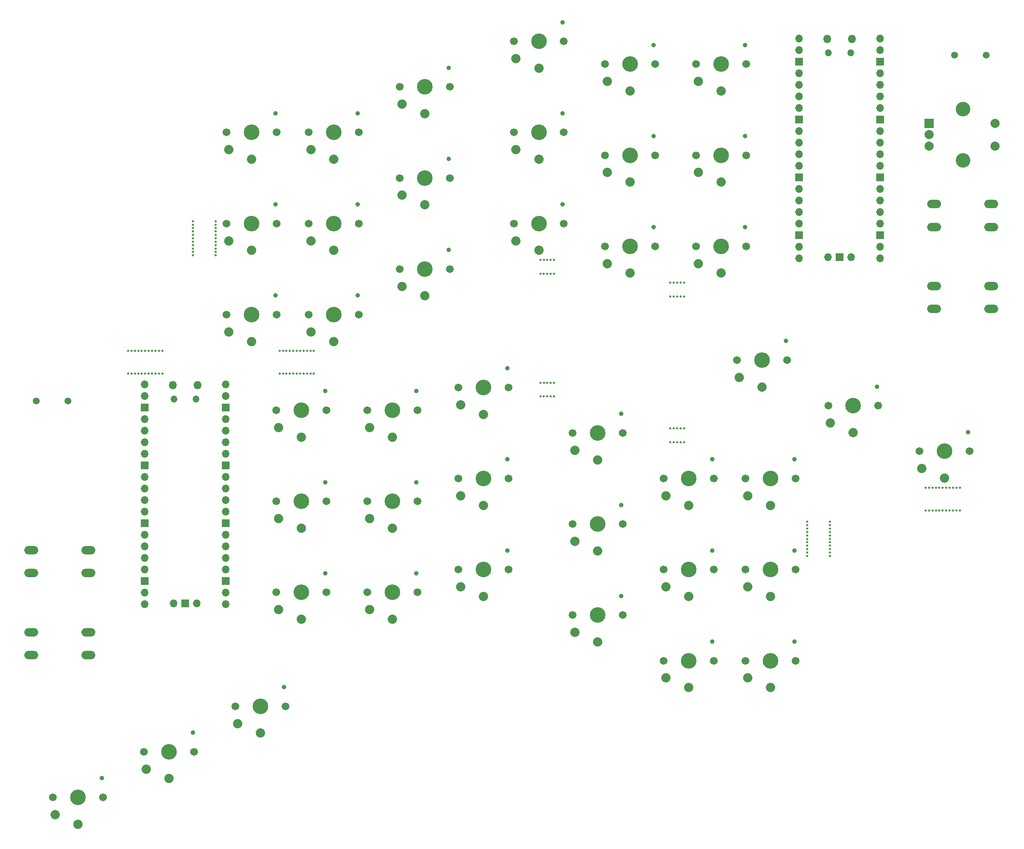
<source format=gbr>
%TF.GenerationSoftware,KiCad,Pcbnew,7.0.1*%
%TF.CreationDate,2023-05-03T23:08:28+02:00*%
%TF.ProjectId,Akula,416b756c-612e-46b6-9963-61645f706362,rev?*%
%TF.SameCoordinates,Original*%
%TF.FileFunction,Soldermask,Bot*%
%TF.FilePolarity,Negative*%
%FSLAX46Y46*%
G04 Gerber Fmt 4.6, Leading zero omitted, Abs format (unit mm)*
G04 Created by KiCad (PCBNEW 7.0.1) date 2023-05-03 23:08:28*
%MOMM*%
%LPD*%
G01*
G04 APERTURE LIST*
%ADD10C,1.701800*%
%ADD11C,3.429000*%
%ADD12C,0.990600*%
%ADD13C,2.032000*%
%ADD14C,0.500000*%
%ADD15O,3.048000X1.850000*%
%ADD16R,2.000000X2.000000*%
%ADD17C,2.000000*%
%ADD18C,3.200000*%
%ADD19O,1.800000X1.800000*%
%ADD20O,1.500000X1.500000*%
%ADD21O,1.700000X1.700000*%
%ADD22R,1.700000X1.700000*%
%ADD23C,1.500000*%
G04 APERTURE END LIST*
D10*
X84500000Y-198000000D03*
D11*
X90000000Y-198000000D03*
D12*
X95220000Y-193800000D03*
D10*
X95500000Y-198000000D03*
D13*
X90000000Y-203900000D03*
X85000000Y-201800000D03*
D10*
X165625000Y-82000000D03*
D11*
X171125000Y-82000000D03*
D12*
X176345000Y-77800000D03*
D10*
X176625000Y-82000000D03*
D13*
X171125000Y-87900000D03*
X166125000Y-85800000D03*
D10*
X102625000Y-62000000D03*
D11*
X108125000Y-62000000D03*
D12*
X113345000Y-57800000D03*
D10*
X113625000Y-62000000D03*
D13*
X108125000Y-67900000D03*
X103125000Y-65800000D03*
D14*
X171464000Y-117000000D03*
X171464000Y-120000000D03*
X172214000Y-120000000D03*
X172226000Y-117000000D03*
X172976000Y-117000000D03*
X172976000Y-120000000D03*
X173726000Y-117000000D03*
X173726000Y-120000000D03*
X174500000Y-117000000D03*
X174500000Y-120000000D03*
D10*
X153500000Y-138000000D03*
D11*
X159000000Y-138000000D03*
D12*
X164220000Y-133800000D03*
D10*
X164500000Y-138000000D03*
D13*
X159000000Y-143900000D03*
X154000000Y-141800000D03*
D15*
X257885000Y-77750000D03*
X270385000Y-77750000D03*
X257885000Y-82750000D03*
X270385000Y-82750000D03*
D10*
X254625000Y-132000000D03*
D11*
X260125000Y-132000000D03*
D12*
X265345000Y-127800000D03*
D10*
X265625000Y-132000000D03*
D13*
X260125000Y-137900000D03*
X255125000Y-135800000D03*
D10*
X185625000Y-87000000D03*
D11*
X191125000Y-87000000D03*
D12*
X196345000Y-82800000D03*
D10*
X196625000Y-87000000D03*
D13*
X191125000Y-92900000D03*
X186125000Y-90800000D03*
D10*
X153500000Y-158000000D03*
D11*
X159000000Y-158000000D03*
D12*
X164220000Y-153800000D03*
D10*
X164500000Y-158000000D03*
D13*
X159000000Y-163900000D03*
X154000000Y-161800000D03*
D14*
X199988000Y-127000000D03*
X199988000Y-130000000D03*
X200738000Y-130000000D03*
X200750000Y-127000000D03*
X201500000Y-127000000D03*
X201500000Y-130000000D03*
X202250000Y-127000000D03*
X202250000Y-130000000D03*
X203024000Y-127000000D03*
X203024000Y-130000000D03*
D10*
X205625000Y-67000000D03*
D11*
X211125000Y-67000000D03*
D12*
X216345000Y-62800000D03*
D10*
X216625000Y-67000000D03*
D13*
X211125000Y-72900000D03*
X206125000Y-70800000D03*
D10*
X205625000Y-47000000D03*
D11*
X211125000Y-47000000D03*
D12*
X216345000Y-42800000D03*
D10*
X216625000Y-47000000D03*
D13*
X211125000Y-52900000D03*
X206125000Y-50800000D03*
D14*
X230000000Y-155000000D03*
X235000000Y-155000000D03*
X230000000Y-154250000D03*
X230000000Y-154250000D03*
X235000000Y-154250000D03*
X235000000Y-154250000D03*
X230000000Y-153500000D03*
X235000000Y-153500000D03*
X230000000Y-152750000D03*
X235000000Y-152750000D03*
X230000000Y-152000000D03*
X235000000Y-152000000D03*
X230000000Y-151250000D03*
X235000000Y-151250000D03*
X230000000Y-150500000D03*
X235000000Y-150500000D03*
X230000000Y-149750000D03*
X235000000Y-149750000D03*
X230000000Y-149000000D03*
X235000000Y-149000000D03*
X230000000Y-148250000D03*
X235000000Y-148250000D03*
X230000000Y-147500000D03*
X235000000Y-147500000D03*
D10*
X165625000Y-62000000D03*
D11*
X171125000Y-62000000D03*
D12*
X176345000Y-57800000D03*
D10*
X176625000Y-62000000D03*
D13*
X171125000Y-67900000D03*
X166125000Y-65800000D03*
D10*
X120625000Y-62000000D03*
D11*
X126125000Y-62000000D03*
D12*
X131345000Y-57800000D03*
D10*
X131625000Y-62000000D03*
D13*
X126125000Y-67900000D03*
X121125000Y-65800000D03*
D15*
X257875000Y-95750000D03*
X270375000Y-95750000D03*
X257875000Y-100750000D03*
X270375000Y-100750000D03*
X59760000Y-153750000D03*
X72260000Y-153750000D03*
X59760000Y-158750000D03*
X72260000Y-158750000D03*
D10*
X198500000Y-158000000D03*
D11*
X204000000Y-158000000D03*
D12*
X209220000Y-153800000D03*
D10*
X209500000Y-158000000D03*
D13*
X204000000Y-163900000D03*
X199000000Y-161800000D03*
D14*
X199964000Y-95000000D03*
X199964000Y-98000000D03*
X200714000Y-98000000D03*
X200726000Y-95000000D03*
X201476000Y-95000000D03*
X201476000Y-98000000D03*
X202226000Y-95000000D03*
X202226000Y-98000000D03*
X203000000Y-95000000D03*
X203000000Y-98000000D03*
D16*
X256750000Y-60000000D03*
D17*
X256750000Y-65000000D03*
X256750000Y-62500000D03*
D18*
X264250000Y-56900000D03*
X264250000Y-68100000D03*
D17*
X271250000Y-65000000D03*
X271250000Y-60000000D03*
D10*
X102625000Y-102000000D03*
D11*
X108125000Y-102000000D03*
D12*
X113345000Y-97800000D03*
D10*
X113625000Y-102000000D03*
D13*
X108125000Y-107900000D03*
X103125000Y-105800000D03*
D10*
X198500000Y-178000000D03*
D11*
X204000000Y-178000000D03*
D12*
X209220000Y-173800000D03*
D10*
X209500000Y-178000000D03*
D13*
X204000000Y-183900000D03*
X199000000Y-181800000D03*
D19*
X234400000Y-41500000D03*
D20*
X234700000Y-44530000D03*
X239550000Y-44530000D03*
D19*
X239850000Y-41500000D03*
D21*
X228235000Y-41370000D03*
X228235000Y-43910000D03*
D22*
X228235000Y-46450000D03*
D21*
X228235000Y-48990000D03*
X228235000Y-51530000D03*
X228235000Y-54070000D03*
X228235000Y-56610000D03*
D22*
X228235000Y-59150000D03*
D21*
X228235000Y-61690000D03*
X228235000Y-64230000D03*
X228235000Y-66770000D03*
X228235000Y-69310000D03*
D22*
X228235000Y-71850000D03*
D21*
X228235000Y-74390000D03*
X228235000Y-76930000D03*
X228235000Y-79470000D03*
X228235000Y-82010000D03*
D22*
X228235000Y-84550000D03*
D21*
X228235000Y-87090000D03*
X228235000Y-89630000D03*
X246015000Y-89630000D03*
X246015000Y-87090000D03*
D22*
X246015000Y-84550000D03*
D21*
X246015000Y-82010000D03*
X246015000Y-79470000D03*
X246015000Y-76930000D03*
X246015000Y-74390000D03*
D22*
X246015000Y-71850000D03*
D21*
X246015000Y-69310000D03*
X246015000Y-66770000D03*
X246015000Y-64230000D03*
X246015000Y-61690000D03*
D22*
X246015000Y-59150000D03*
D21*
X246015000Y-56610000D03*
X246015000Y-54070000D03*
X246015000Y-51530000D03*
X246015000Y-48990000D03*
D22*
X246015000Y-46450000D03*
D21*
X246015000Y-43910000D03*
X246015000Y-41370000D03*
X234585000Y-89400000D03*
D22*
X237125000Y-89400000D03*
D21*
X239665000Y-89400000D03*
D10*
X234625000Y-122000000D03*
D11*
X240125000Y-122000000D03*
D12*
X245345000Y-117800000D03*
D10*
X245625000Y-122000000D03*
D13*
X240125000Y-127900000D03*
X235125000Y-125800000D03*
D10*
X214625000Y-112000000D03*
D11*
X220125000Y-112000000D03*
D12*
X225345000Y-107800000D03*
D10*
X225625000Y-112000000D03*
D13*
X220125000Y-117900000D03*
X215125000Y-115800000D03*
D15*
X59760000Y-171750000D03*
X72260000Y-171750000D03*
X59760000Y-176750000D03*
X72260000Y-176750000D03*
D14*
X81000000Y-110000000D03*
X81000000Y-115000000D03*
X81750000Y-110000000D03*
X81750000Y-110000000D03*
X81750000Y-115000000D03*
X81750000Y-115000000D03*
X82500000Y-110000000D03*
X82500000Y-115000000D03*
X83250000Y-110000000D03*
X83250000Y-115000000D03*
X84000000Y-110000000D03*
X84000000Y-115000000D03*
X84750000Y-110000000D03*
X84750000Y-115000000D03*
X85500000Y-110000000D03*
X85500000Y-115000000D03*
X86250000Y-110000000D03*
X86250000Y-115000000D03*
X87000000Y-110000000D03*
X87000000Y-115000000D03*
X87750000Y-110000000D03*
X87750000Y-115000000D03*
X88500000Y-110000000D03*
X88500000Y-115000000D03*
D19*
X90775000Y-117500000D03*
D20*
X91075000Y-120530000D03*
X95925000Y-120530000D03*
D19*
X96225000Y-117500000D03*
D21*
X84610000Y-117370000D03*
X84610000Y-119910000D03*
D22*
X84610000Y-122450000D03*
D21*
X84610000Y-124990000D03*
X84610000Y-127530000D03*
X84610000Y-130070000D03*
X84610000Y-132610000D03*
D22*
X84610000Y-135150000D03*
D21*
X84610000Y-137690000D03*
X84610000Y-140230000D03*
X84610000Y-142770000D03*
X84610000Y-145310000D03*
D22*
X84610000Y-147850000D03*
D21*
X84610000Y-150390000D03*
X84610000Y-152930000D03*
X84610000Y-155470000D03*
X84610000Y-158010000D03*
D22*
X84610000Y-160550000D03*
D21*
X84610000Y-163090000D03*
X84610000Y-165630000D03*
X102390000Y-165630000D03*
X102390000Y-163090000D03*
D22*
X102390000Y-160550000D03*
D21*
X102390000Y-158010000D03*
X102390000Y-155470000D03*
X102390000Y-152930000D03*
X102390000Y-150390000D03*
D22*
X102390000Y-147850000D03*
D21*
X102390000Y-145310000D03*
X102390000Y-142770000D03*
X102390000Y-140230000D03*
X102390000Y-137690000D03*
D22*
X102390000Y-135150000D03*
D21*
X102390000Y-132610000D03*
X102390000Y-130070000D03*
X102390000Y-127530000D03*
X102390000Y-124990000D03*
D22*
X102390000Y-122450000D03*
D21*
X102390000Y-119910000D03*
X102390000Y-117370000D03*
X90960000Y-165400000D03*
D22*
X93500000Y-165400000D03*
D21*
X96040000Y-165400000D03*
D10*
X102625000Y-82000000D03*
D11*
X108125000Y-82000000D03*
D12*
X113345000Y-77800000D03*
D10*
X113625000Y-82000000D03*
D13*
X108125000Y-87900000D03*
X103125000Y-85800000D03*
D14*
X95250000Y-89000000D03*
X100250000Y-89000000D03*
X95250000Y-88250000D03*
X95250000Y-88250000D03*
X100250000Y-88250000D03*
X100250000Y-88250000D03*
X95250000Y-87500000D03*
X100250000Y-87500000D03*
X95250000Y-86750000D03*
X100250000Y-86750000D03*
X95250000Y-86000000D03*
X100250000Y-86000000D03*
X95250000Y-85250000D03*
X100250000Y-85250000D03*
X95250000Y-84500000D03*
X100250000Y-84500000D03*
X95250000Y-83750000D03*
X100250000Y-83750000D03*
X95250000Y-83000000D03*
X100250000Y-83000000D03*
X95250000Y-82250000D03*
X100250000Y-82250000D03*
X95250000Y-81500000D03*
X100250000Y-81500000D03*
D10*
X153500000Y-118000000D03*
D11*
X159000000Y-118000000D03*
D12*
X164220000Y-113800000D03*
D10*
X164500000Y-118000000D03*
D13*
X159000000Y-123900000D03*
X154000000Y-121800000D03*
D10*
X140625000Y-52000000D03*
D11*
X146125000Y-52000000D03*
D12*
X151345000Y-47800000D03*
D10*
X151625000Y-52000000D03*
D13*
X146125000Y-57900000D03*
X141125000Y-55800000D03*
D10*
X205625000Y-87000000D03*
D11*
X211125000Y-87000000D03*
D12*
X216345000Y-82800000D03*
D10*
X216625000Y-87000000D03*
D13*
X211125000Y-92900000D03*
X206125000Y-90800000D03*
D10*
X140625000Y-92000000D03*
D11*
X146125000Y-92000000D03*
D12*
X151345000Y-87800000D03*
D10*
X151625000Y-92000000D03*
D13*
X146125000Y-97900000D03*
X141125000Y-95800000D03*
D10*
X185625000Y-67000000D03*
D11*
X191125000Y-67000000D03*
D12*
X196345000Y-62800000D03*
D10*
X196625000Y-67000000D03*
D13*
X191125000Y-72900000D03*
X186125000Y-70800000D03*
D10*
X113500000Y-123000000D03*
D11*
X119000000Y-123000000D03*
D12*
X124220000Y-118800000D03*
D10*
X124500000Y-123000000D03*
D13*
X119000000Y-128900000D03*
X114000000Y-126800000D03*
D14*
X114250000Y-110000000D03*
X114250000Y-115000000D03*
X115000000Y-110000000D03*
X115000000Y-110000000D03*
X115000000Y-115000000D03*
X115000000Y-115000000D03*
X115750000Y-110000000D03*
X115750000Y-115000000D03*
X116500000Y-110000000D03*
X116500000Y-115000000D03*
X117250000Y-110000000D03*
X117250000Y-115000000D03*
X118000000Y-110000000D03*
X118000000Y-115000000D03*
X118750000Y-110000000D03*
X118750000Y-115000000D03*
X119500000Y-110000000D03*
X119500000Y-115000000D03*
X120250000Y-110000000D03*
X120250000Y-115000000D03*
X121000000Y-110000000D03*
X121000000Y-115000000D03*
X121750000Y-110000000D03*
X121750000Y-115000000D03*
D10*
X216500000Y-178000000D03*
D11*
X222000000Y-178000000D03*
D12*
X227220000Y-173800000D03*
D10*
X227500000Y-178000000D03*
D13*
X222000000Y-183900000D03*
X217000000Y-181800000D03*
D10*
X198500000Y-138000000D03*
D11*
X204000000Y-138000000D03*
D12*
X209220000Y-133800000D03*
D10*
X209500000Y-138000000D03*
D13*
X204000000Y-143900000D03*
X199000000Y-141800000D03*
D10*
X165625000Y-42000000D03*
D11*
X171125000Y-42000000D03*
D12*
X176345000Y-37800000D03*
D10*
X176625000Y-42000000D03*
D13*
X171125000Y-47900000D03*
X166125000Y-45800000D03*
D10*
X133500000Y-163000000D03*
D11*
X139000000Y-163000000D03*
D12*
X144220000Y-158800000D03*
D10*
X144500000Y-163000000D03*
D13*
X139000000Y-168900000D03*
X134000000Y-166800000D03*
D10*
X133500000Y-143000000D03*
D11*
X139000000Y-143000000D03*
D12*
X144220000Y-138800000D03*
D10*
X144500000Y-143000000D03*
D13*
X139000000Y-148900000D03*
X134000000Y-146800000D03*
D10*
X216500000Y-158000000D03*
D11*
X222000000Y-158000000D03*
D12*
X227220000Y-153800000D03*
D10*
X227500000Y-158000000D03*
D13*
X222000000Y-163900000D03*
X217000000Y-161800000D03*
D10*
X120625000Y-102000000D03*
D11*
X126125000Y-102000000D03*
D12*
X131345000Y-97800000D03*
D10*
X131625000Y-102000000D03*
D13*
X126125000Y-107900000D03*
X121125000Y-105800000D03*
D10*
X120625000Y-82000000D03*
D11*
X126125000Y-82000000D03*
D12*
X131345000Y-77800000D03*
D10*
X131625000Y-82000000D03*
D13*
X126125000Y-87900000D03*
X121125000Y-85800000D03*
D10*
X64500000Y-208000000D03*
D11*
X70000000Y-208000000D03*
D12*
X75220000Y-203800000D03*
D10*
X75500000Y-208000000D03*
D13*
X70000000Y-213900000D03*
X65000000Y-211800000D03*
D10*
X178500000Y-148000000D03*
D11*
X184000000Y-148000000D03*
D12*
X189220000Y-143800000D03*
D10*
X189500000Y-148000000D03*
D13*
X184000000Y-153900000D03*
X179000000Y-151800000D03*
D10*
X140625000Y-72000000D03*
D11*
X146125000Y-72000000D03*
D12*
X151345000Y-67800000D03*
D10*
X151625000Y-72000000D03*
D13*
X146125000Y-77900000D03*
X141125000Y-75800000D03*
D10*
X178500000Y-128000000D03*
D11*
X184000000Y-128000000D03*
D12*
X189220000Y-123800000D03*
D10*
X189500000Y-128000000D03*
D13*
X184000000Y-133900000D03*
X179000000Y-131800000D03*
D23*
X60805000Y-121000000D03*
X67805000Y-121000000D03*
D14*
X256000000Y-140000000D03*
X256000000Y-145000000D03*
X256750000Y-140000000D03*
X256750000Y-140000000D03*
X256750000Y-145000000D03*
X256750000Y-145000000D03*
X257500000Y-140000000D03*
X257500000Y-145000000D03*
X258250000Y-140000000D03*
X258250000Y-145000000D03*
X259000000Y-140000000D03*
X259000000Y-145000000D03*
X259750000Y-140000000D03*
X259750000Y-145000000D03*
X260500000Y-140000000D03*
X260500000Y-145000000D03*
X261250000Y-140000000D03*
X261250000Y-145000000D03*
X262000000Y-140000000D03*
X262000000Y-145000000D03*
X262750000Y-140000000D03*
X262750000Y-145000000D03*
X263500000Y-140000000D03*
X263500000Y-145000000D03*
X171464000Y-90000000D03*
X171464000Y-93000000D03*
X172214000Y-93000000D03*
X172226000Y-90000000D03*
X172976000Y-90000000D03*
X172976000Y-93000000D03*
X173726000Y-90000000D03*
X173726000Y-93000000D03*
X174500000Y-90000000D03*
X174500000Y-93000000D03*
D10*
X113500000Y-143000000D03*
D11*
X119000000Y-143000000D03*
D12*
X124220000Y-138800000D03*
D10*
X124500000Y-143000000D03*
D13*
X119000000Y-148900000D03*
X114000000Y-146800000D03*
D10*
X178500000Y-168000000D03*
D11*
X184000000Y-168000000D03*
D12*
X189220000Y-163800000D03*
D10*
X189500000Y-168000000D03*
D13*
X184000000Y-173900000D03*
X179000000Y-171800000D03*
D23*
X269320000Y-45000000D03*
X262320000Y-45000000D03*
D10*
X185625000Y-47000000D03*
D11*
X191125000Y-47000000D03*
D12*
X196345000Y-42800000D03*
D10*
X196625000Y-47000000D03*
D13*
X191125000Y-52900000D03*
X186125000Y-50800000D03*
D10*
X113500000Y-163000000D03*
D11*
X119000000Y-163000000D03*
D12*
X124220000Y-158800000D03*
D10*
X124500000Y-163000000D03*
D13*
X119000000Y-168900000D03*
X114000000Y-166800000D03*
D10*
X104500000Y-188000000D03*
D11*
X110000000Y-188000000D03*
D12*
X115220000Y-183800000D03*
D10*
X115500000Y-188000000D03*
D13*
X110000000Y-193900000D03*
X105000000Y-191800000D03*
D10*
X133500000Y-123000000D03*
D11*
X139000000Y-123000000D03*
D12*
X144220000Y-118800000D03*
D10*
X144500000Y-123000000D03*
D13*
X139000000Y-128900000D03*
X134000000Y-126800000D03*
D10*
X216500000Y-138000000D03*
D11*
X222000000Y-138000000D03*
D12*
X227220000Y-133800000D03*
D10*
X227500000Y-138000000D03*
D13*
X222000000Y-143900000D03*
X217000000Y-141800000D03*
M02*

</source>
